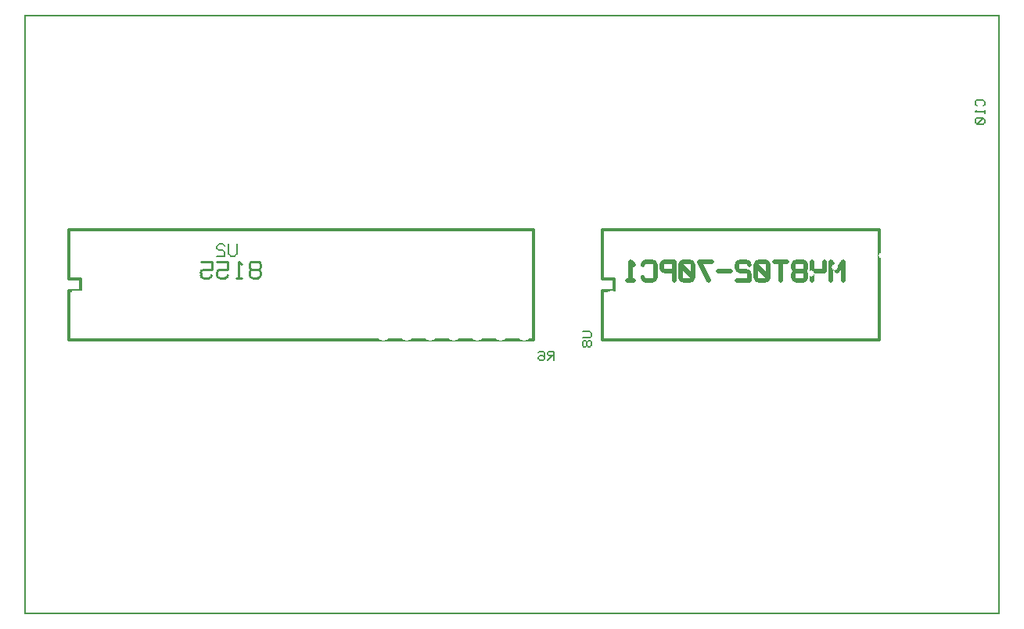
<source format=gbo>
G04*
G04 Format:               Gerber RS-274X*
G04 Layer:                BottomSilkscreen*
G04 This File Name:       Mini (Ver 4l 2024).gbo*
G04 Source File Name:     Mini (Ver 4l 2024).rrb*
G04 Unique ID:            ca1d4337-6a1f-456f-a0cb-244ba17453dc*
G04 Generated Date:       Sunday, 20 October 2024 14:22:25*
G04*
G04 Created Using:        Robot Room Copper Connection v2.7.5443*
G04 Software Contact:     http://www.robotroom.com/CopperConnection/Support.aspx*
G04 License Number:       1685*
G04 Student Edition:      true*
G04*
G04 Zero Suppression:     Leading*
G04 Number Precision:     2.4*
G04*
%FSLAX24Y24*%
%MOIN*%
%LNBottomSilkscreen*%
%ADD10C,.006*%
%ADD11C,.008*%
%ADD12C,.0109*%
%ADD13C,.012*%
%ADD14C,.0189*%
%ADD15C,.026*%
%ADD16C,.031*%
%ADD17C,.056*%
%ADD18C,.065*%
%ADD19C,.075*%
%ADD20C,.088*%
%ADD21C,.15*%
%ADD22C,.16*%
%ADD23R,.006X.006*%
%ADD24R,.056X.056*%
%ADD25R,.065X.065*%
%ADD26R,.075X.075*%
%ADD27R,.05X.04*%
D10*
G01X23750Y11760D02*
X24069D01*
G74*
G03X24132Y11824I0J64D01*
G01Y11951D01*
G03X24069Y12015I64J0D01*
G01X23750D01*
X23941Y11569D02*
G03X23877Y11632I64J0D01*
G01X23814D01*
G03X23750Y11569I0J64D01*
G01Y11441D01*
G03X23814Y11377I64J0D01*
G01X23877D01*
G03X23941Y11441I0J64D01*
G01Y11569D01*
Y11441D02*
G03X24005Y11377I64J0D01*
G01X24069D01*
G03X24132Y11441I0J64D01*
G01Y11569D01*
G03X24069Y11632I64J0D01*
G01X24005D01*
G03X23941Y11569I0J64D01*
G01X40819Y21643D02*
G03X40882Y21706I0J64D01*
G01Y21834D01*
G03X40819Y21898I64J0D01*
G01X40564D01*
G03X40500Y21834I0J64D01*
G01Y21706D01*
G03X40564Y21643I64J0D01*
G01Y21451D02*
X40500Y21388D01*
X40882D01*
Y21451D02*
Y21324D01*
X40819Y21132D02*
X40564D01*
G03X40500Y21069I0J64D01*
G01Y20941D01*
G03X40564Y20878I64J0D01*
G01X40819D01*
G03X40882Y20941I0J64D01*
G01Y21069D01*
G03X40819Y21132I64J0D01*
G01X40564Y20878D01*
X22515Y11180D02*
Y10798D01*
Y11180D02*
X22324D01*
G03X22260Y11116I0J64D01*
G01Y11053D01*
G03X22324Y10989I64J0D01*
G01X22515D01*
X22451D02*
X22260Y10798D01*
X22133Y10925D02*
G03X22069Y10989I64J0D01*
G01X21941D01*
G03X21878Y10925I0J64D01*
G01Y10861D01*
G03X21941Y10798I64J0D01*
G01X22069D01*
G03X22133Y10861I0J64D01*
G01Y11116D01*
G03X22069Y11180I64J0D01*
G01X21941D01*
G03X21878Y11116I0J64D01*
D11*
G01X8680Y15750D02*
Y15325D01*
G03X8765Y15240I85J0D01*
G01X8935D01*
G03X9020Y15325I0J85D01*
G01Y15750D01*
X8510Y15665D02*
G03X8425Y15750I85J0D01*
G01X8255D01*
G03X8170Y15665I0J85D01*
G01Y15580D01*
G03X8255Y15495I85J0D01*
G01X8425D01*
X8510Y15410D02*
G03X8425Y15495I85J0D01*
G01X8510Y15410D02*
Y15240D01*
X8170D01*
D12*
X9924Y14651D02*
G03X10040Y14767I0J116D01*
G01Y14884D01*
G03X9924Y15000I116J0D01*
G01X9691D01*
G03X9575Y14884I0J116D01*
G01Y14767D01*
G03X9691Y14651I116J0D01*
G01X9924D01*
X9691D02*
G03X9575Y14535I0J116D01*
G01Y14419D01*
G03X9691Y14302I116J0D01*
G01X9924D01*
G03X10040Y14419I0J116D01*
G01Y14535D01*
G03X9924Y14651I116J0D01*
G01X9226Y14884D02*
X9110Y15000D01*
Y14302D01*
X9226D02*
X8994D01*
X8180Y15000D02*
X8645D01*
Y14651D01*
X8296D01*
G03X8180Y14535I0J116D01*
G01Y14419D01*
G03X8296Y14302I116J0D01*
G01X8529D01*
G03X8645Y14419I0J116D01*
G01X7483Y15000D02*
X7948D01*
Y14651D01*
X7599D01*
G03X7483Y14535I0J116D01*
G01Y14419D01*
G03X7599Y14302I116J0D01*
G01X7831D01*
G03X7948Y14419I0J116D01*
D13*
G01X24600Y14250D02*
Y16350D01*
X36400D01*
Y11650D01*
X24600D01*
Y13750D01*
X25100D01*
Y14250D01*
X24600D01*
X1850D02*
Y16350D01*
X21650D01*
Y11650D01*
X1850D01*
Y13750D01*
X2350D01*
Y14250D01*
X1850D01*
D14*
X34880Y14197D02*
Y15000D01*
X34612Y14599D01*
X34345Y15000D01*
Y14197D01*
X33542D02*
Y15000D01*
X34077D02*
Y14599D01*
X33542D01*
X33141D02*
G03X33275Y14732I0J134D01*
G01Y14866D01*
G03X33141Y15000I134J0D01*
G01X32874D01*
G03X32740Y14866I0J134D01*
G01Y14732D01*
G03X32874Y14599I134J0D01*
G01X33141D01*
X32874D02*
G03X32740Y14465I0J134D01*
G01Y14331D01*
G03X32874Y14197I134J0D01*
G01X33141D01*
G03X33275Y14331I0J134D01*
G01Y14465D01*
G03X33141Y14599I134J0D01*
G01X32472Y15000D02*
X31937D01*
X32205D02*
Y14197D01*
X31670Y14331D02*
Y14866D01*
G03X31536Y15000I134J0D01*
G01X31269D01*
G03X31135Y14866I0J134D01*
G01Y14331D01*
G03X31269Y14197I134J0D01*
G01X31536D01*
G03X31670Y14331I0J134D01*
G01X31135Y14866D01*
X30867D02*
G03X30734Y15000I134J0D01*
G01X30466D01*
G03X30332Y14866I0J134D01*
G01Y14732D01*
G03X30466Y14599I134J0D01*
G01X30734D01*
X30867Y14465D02*
G03X30734Y14599I134J0D01*
G01X30867Y14465D02*
Y14197D01*
X30332D01*
X30065Y14599D02*
X29530D01*
X29262Y15000D02*
X28727D01*
X29129Y14197D01*
X28460Y14331D02*
Y14866D01*
G03X28326Y15000I134J0D01*
G01X28059D01*
G03X27925Y14866I0J134D01*
G01Y14331D01*
G03X28059Y14197I134J0D01*
G01X28326D01*
G03X28460Y14331I0J134D01*
G01X27925Y14866D01*
X27657Y15000D02*
Y14197D01*
Y15000D02*
X27256D01*
G03X27122Y14866I0J134D01*
G01Y14732D01*
G03X27256Y14599I134J0D01*
G01X27657D01*
X26320Y14331D02*
G03X26454Y14197I134J0D01*
G01X26721D01*
G03X26855Y14331I0J134D01*
G01Y14866D01*
G03X26721Y15000I134J0D01*
G01X26454D01*
G03X26320Y14866I0J134D01*
G01X25919D02*
X25785Y15000D01*
Y14197D01*
X25919D02*
X25651D01*
%LPC*%
D15*
X10750Y20500D03*
X27000Y18750D03*
X34750Y5750D03*
X22070Y10480D03*
X10250Y17750D03*
X29500Y22750D03*
X6250Y15000D03*
X12750Y20500D03*
X16250Y15250D03*
X32500Y8750D03*
X33750Y6000D03*
X7220Y9660D03*
X3250Y15250D03*
X14750Y23000D03*
X12750D03*
X32750Y5250D03*
X13500Y2000D03*
X31500Y2750D03*
X26000Y20500D03*
X12750Y15250D03*
X21250Y20500D03*
X30000Y18500D03*
X2250Y15500D03*
X10750D03*
X37250Y5750D03*
X36250Y5500D03*
X35250Y5250D03*
X34250Y5000D03*
X23250Y4000D03*
X33250D03*
X27250Y3750D03*
X38250Y3000D03*
X37250Y3750D03*
X38750Y2500D03*
X30750Y3000D03*
X29500Y17750D03*
X23250Y10250D03*
X35750Y4000D03*
X29750Y3250D03*
X28250Y3000D03*
X29250Y2750D03*
X28750Y3500D03*
X14250Y22500D03*
X15250Y22250D03*
X3250Y2500D03*
X23500Y22250D03*
X26750Y3750D03*
X33250Y3500D03*
X34740Y24500D03*
X25750Y4500D03*
X19250Y6000D03*
X25500Y22750D03*
X23750Y5000D03*
Y6000D03*
X26500Y23000D03*
X15250Y15500D03*
X35000D03*
X11750Y22750D03*
X10750Y12500D03*
X14250Y15750D03*
X16250Y20250D03*
X25000D03*
X24000Y18000D03*
X34000Y15750D03*
X28000Y18250D03*
X13250Y16000D03*
X33000D03*
X9750Y23250D03*
X14810Y9660D03*
X3250Y1750D03*
X18990Y21500D03*
X36500Y15250D03*
X17250Y15000D03*
X35500D03*
X18250Y14750D03*
X34500D03*
X19250Y14500D03*
X33500D03*
X20250Y14250D03*
X24250Y23750D03*
X4540Y9200D03*
X17000Y1250D03*
X32500Y14250D03*
D16*
X3500Y20500D03*
D17*
X24000Y13500D03*
X25000D03*
X26000D03*
X27000D03*
X28000D03*
X29000D03*
X30000D03*
X31000D03*
X32000D03*
X33000D03*
X34000D03*
X35000D03*
X36000D03*
Y19500D03*
X35000D03*
X34000D03*
X33000D03*
X32000D03*
X31000D03*
X30000D03*
X29000D03*
X28000D03*
X27000D03*
X26000D03*
X25000D03*
X24000D03*
X23000D03*
X26000Y17000D03*
X27000D03*
X28000D03*
X29000D03*
X30000D03*
X31000D03*
X32000D03*
X33000D03*
X34000D03*
X35000D03*
X36000D03*
Y11000D03*
X35000D03*
X34000D03*
X33000D03*
X32000D03*
X31000D03*
X30000D03*
X29000D03*
X28000D03*
X27000D03*
X26000D03*
X25000D03*
X3250Y13500D03*
X4250D03*
X5250D03*
X6250D03*
X7250D03*
X8250D03*
X9250D03*
X10250D03*
X11250D03*
X12250D03*
X13250D03*
X14250D03*
X15250D03*
X16250D03*
X17250D03*
X18250D03*
X19250D03*
X20250D03*
X21250D03*
Y19500D03*
X20250D03*
X19250D03*
X18250D03*
X17250D03*
X16250D03*
X15250D03*
X14250D03*
X13250D03*
X12250D03*
X11250D03*
X10250D03*
X9250D03*
X8250D03*
X7250D03*
X6250D03*
X5250D03*
X4250D03*
X3250D03*
X2250D03*
X3250Y17000D03*
X4250D03*
X5250D03*
X6250D03*
X7250D03*
X8250D03*
X9250D03*
X10250D03*
X11250D03*
X12250D03*
X13250D03*
X14250D03*
X15250D03*
X16250D03*
X17250D03*
X18250D03*
X19250D03*
X20250D03*
X21250D03*
Y11000D03*
X20250D03*
X19250D03*
X18250D03*
X17250D03*
X16250D03*
X15250D03*
X14250D03*
X13250D03*
X12250D03*
X11250D03*
X10250D03*
X9250D03*
X8250D03*
X7250D03*
X6250D03*
X5250D03*
X4250D03*
X3250D03*
X2250D03*
X15750Y24500D03*
X14750D03*
X13750D03*
X12750D03*
X11750D03*
X10750D03*
Y21500D03*
X11750D03*
X12750D03*
X13750D03*
X14750D03*
X15750D03*
X16750D03*
X24250Y1750D03*
X22250D03*
X23250D03*
X25250D03*
X26250D03*
X27250D03*
X28250D03*
X29250D03*
X30250D03*
Y7750D03*
X29250D03*
X28250D03*
X27250D03*
X26250D03*
X25250D03*
X24250D03*
X23250D03*
X22250D03*
X1460Y22460D03*
X750Y17000D03*
Y16000D03*
Y15000D03*
Y14000D03*
Y13000D03*
Y12000D03*
Y11000D03*
X34250Y1750D03*
X32250D03*
X33250D03*
X35250D03*
X36250D03*
X37250D03*
X38250D03*
X39250D03*
X40250D03*
Y7750D03*
X39250D03*
X38250D03*
X37250D03*
X36250D03*
X35250D03*
X34250D03*
X33250D03*
X32250D03*
X19250D03*
X18250D03*
X17250D03*
X16250D03*
X15250D03*
X14250D03*
X13250D03*
X12250D03*
X11250D03*
Y4750D03*
X12250D03*
X13250D03*
X14250D03*
X15250D03*
X16250D03*
X17250D03*
X18250D03*
X19250D03*
X20250D03*
X37500Y17500D03*
Y16500D03*
Y15500D03*
Y14500D03*
Y13500D03*
Y12500D03*
X40500D03*
Y13500D03*
Y14500D03*
Y15500D03*
Y16500D03*
Y17500D03*
Y18500D03*
X26500Y21500D03*
X27500D03*
X28500D03*
X29500D03*
X30500D03*
X31500D03*
X32500D03*
Y24500D03*
X31500D03*
X30500D03*
X29500D03*
X28500D03*
X27500D03*
X26500D03*
X25500D03*
X36750Y21500D03*
X21390Y21450D03*
X21250Y11890D03*
X20250D03*
X19250D03*
X18250D03*
X17250D03*
X16250D03*
X15250D03*
D18*
X5250Y21250D03*
X8250D03*
Y24250D03*
X3070Y6370D03*
Y5390D03*
X3850Y6370D03*
D19*
X21250Y9720D03*
D20*
X7250Y3610D03*
Y1050D03*
X5480Y3610D03*
Y1050D03*
X11500Y3610D03*
Y1050D03*
X9730Y3610D03*
Y1050D03*
X7250Y7000D03*
X9810D03*
X7250Y5230D03*
X9810D03*
D21*
X2000Y8250D03*
Y3510D03*
D22*
X1000Y24500D03*
Y1000D03*
X40350Y4030D03*
X40500Y24500D03*
D24*
X23000Y13500D03*
X25000Y17000D03*
X2250Y13500D03*
Y17000D03*
X16750Y24500D03*
X2460Y22460D03*
X750Y18000D03*
X20250Y7750D03*
X37500Y18500D03*
X25500Y21500D03*
X35750D03*
X22390Y21450D03*
X22250Y11890D03*
D25*
X5250Y24250D03*
X3850Y5390D03*
D26*
X5030Y7840D03*
X20250Y9720D03*
D27*
X40500Y20250D03*
Y19490D03*
X22060Y9720D03*
Y10480D03*
%LPD*%
D23*
X0Y25500D02*
X41500D01*
Y0D01*
X0D01*
Y25500D01*
M02*

</source>
